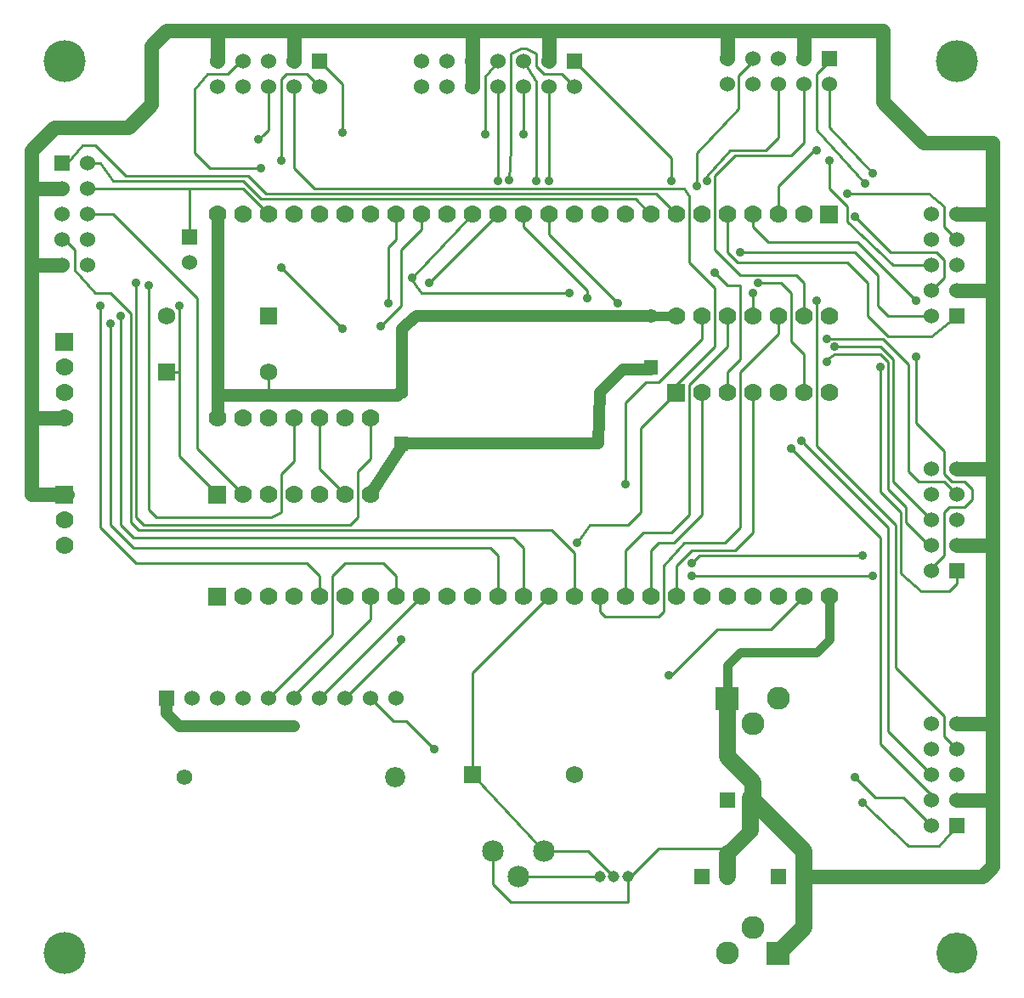
<source format=gbl>
G04 start of page 3 for group 1 idx 1 *
G04 Title: (unknown), ground *
G04 Creator: pcb 20110918 *
G04 CreationDate: Wed 25 Feb 2015 10:22:25 GMT UTC *
G04 For: ksarkies *
G04 Format: Gerber/RS-274X *
G04 PCB-Dimensions: 390000 390000 *
G04 PCB-Coordinate-Origin: lower left *
%MOIN*%
%FSLAX25Y25*%
%LNBOTTOM*%
%ADD63C,0.0453*%
%ADD62C,0.0630*%
%ADD61C,0.0290*%
%ADD60C,0.0280*%
%ADD59C,0.0300*%
%ADD58C,0.0380*%
%ADD57C,0.1140*%
%ADD56C,0.0360*%
%ADD55C,0.0615*%
%ADD54C,0.0850*%
%ADD53C,0.0795*%
%ADD52C,0.0680*%
%ADD51C,0.1600*%
%ADD50C,0.0700*%
%ADD49C,0.0900*%
%ADD48C,0.0001*%
%ADD47C,0.0600*%
%ADD46C,0.1650*%
%ADD45C,0.0500*%
%ADD44C,0.0200*%
%ADD43C,0.0650*%
%ADD42C,0.0350*%
%ADD41C,0.0450*%
%ADD40C,0.0100*%
%ADD39C,0.0550*%
G54D39*X384000Y180000D02*X370000D01*
G54D40*X367000Y162000D02*X370000Y165000D01*
Y170000D01*
X346000Y188000D02*Y132000D01*
X343000Y107000D02*Y187000D01*
X348000Y193000D02*X340000Y201000D01*
X346000Y132000D02*X365000Y113000D01*
Y105000D01*
X370000Y100000D01*
X360000Y90000D02*X343000Y107000D01*
X360000Y80000D02*Y82000D01*
X340000Y102000D01*
Y183000D01*
X330000Y89000D02*X338000Y81000D01*
X349000D01*
X343000Y262000D02*X360000D01*
X365000Y292000D02*Y285000D01*
X360000Y280000D01*
X348000Y169000D02*Y193000D01*
X340000Y201000D02*Y251000D01*
X359000Y180000D02*X350000Y189000D01*
Y195000D01*
X343000Y202000D01*
Y252000D01*
X341000Y261000D02*X351000Y251000D01*
X345000Y253000D02*X340000Y258000D01*
X356000Y162000D02*X348000Y169000D01*
X356000Y162000D02*X367000D01*
X360000Y170000D02*Y171000D01*
X351000Y219000D02*Y216000D01*
Y209000D01*
X355000Y205000D01*
X365000D01*
X370000Y200000D01*
X360000Y190000D02*X345000Y205000D01*
X360000Y180000D02*X359000D01*
X360000Y190000D02*X358000D01*
X360000Y171000D02*X365000Y176000D01*
Y193000D01*
G54D39*X384000Y80000D02*X370000D01*
X384000Y110000D02*X370000D01*
G54D40*X351000Y251000D02*Y219000D01*
X345000Y205000D02*Y253000D01*
X365000Y193000D02*X367000Y195000D01*
G54D39*X384000Y79000D02*Y338000D01*
Y210000D02*X370000D01*
G54D40*X376000Y202000D02*Y198000D01*
X354000Y228000D02*X365000Y217000D01*
Y208000D01*
X368000Y205000D01*
X370000Y200000D02*X370500Y200500D01*
X367000Y195000D02*X373000D01*
X376000Y198000D01*
X368000Y205000D02*X373000D01*
X376000Y202000D01*
G54D41*X239000Y249000D02*X230000Y240000D01*
G54D40*X248000Y244000D02*X253000D01*
X240000Y236000D02*X248000Y244000D01*
X280000Y270000D02*Y258000D01*
X300000Y270000D02*Y263000D01*
X285000Y248000D01*
X253000Y244000D02*X270000Y261000D01*
X280000Y258000D02*X265000Y243000D01*
X275000Y258000D02*X260000Y243000D01*
X270000Y261000D02*Y270000D01*
Y269000D01*
G54D42*X260000Y270000D02*X250000D01*
G54D40*X265000Y243000D02*Y192000D01*
X285000Y248000D02*Y187000D01*
X270000Y240000D02*Y227000D01*
Y192000D01*
X246000Y226000D02*X260000Y240000D01*
G54D39*X341000Y382000D02*Y354000D01*
G54D40*X310000Y338000D02*Y360000D01*
G54D39*Y382000D02*Y371000D01*
X280000Y381000D02*Y371000D01*
G54D40*X275000Y281000D02*Y258000D01*
Y281000D02*X270000Y286000D01*
X265000Y291000D01*
Y317000D01*
X290000Y310000D02*Y305000D01*
X296000Y299000D01*
X310000Y270000D02*Y283000D01*
X307000Y286000D01*
X285000D01*
X290000Y270000D02*Y279000D01*
Y278000D01*
X285000Y286000D02*X275000Y296000D01*
X280000Y310000D02*Y295000D01*
X284000Y291000D01*
X275000Y296000D02*Y325000D01*
X283000Y333000D01*
X305000D01*
X310000Y338000D01*
X258000Y323000D02*Y332000D01*
X284000Y291000D02*X327000D01*
X335000Y283000D01*
Y270000D01*
X343000Y262000D01*
Y270000D02*X339000Y274000D01*
Y286000D01*
X330000Y295000D01*
X296000Y299000D02*X331000D01*
X250000Y250000D02*Y249000D01*
X252000Y318000D02*X260000Y310000D01*
X244000Y316000D02*X250500Y309500D01*
G54D41*X250000Y249000D02*X239000D01*
X230000Y240000D02*X229500Y220000D01*
G54D40*X220000Y160000D02*Y177000D01*
X211000Y186000D01*
X221000Y181000D03*
X226000Y188000D01*
X247000Y185000D02*X240000Y178000D01*
X250000D02*X253000Y181000D01*
Y152000D02*X232000D01*
X230000Y154000D01*
Y160000D01*
X240000Y178000D02*Y161000D01*
X250000Y160000D02*Y178000D01*
G54D42*X315000Y138000D02*X320000Y143000D01*
Y160000D01*
G54D40*Y159000D01*
G54D42*X285000Y138000D02*X315000D01*
G54D40*X276000Y147000D02*X297000D01*
X310000Y160000D01*
X257000Y129000D02*X258000D01*
X276000Y147000D01*
X265000Y192000D02*X258000Y185000D01*
X247000D01*
X283000Y178000D02*X266000D01*
X279000Y181000D02*X263000D01*
X270000Y192000D02*X259000Y181000D01*
X253000D02*X259000D01*
X266000Y178000D02*X260000Y172000D01*
Y160000D01*
Y161000D01*
X255000Y172000D02*Y154000D01*
X263000Y181000D02*X255000Y172000D01*
X333000Y176000D02*X269000D01*
X266000Y173000D01*
X337000Y168000D02*X267000D01*
X255000Y154000D02*X253000Y152000D01*
X290000Y240000D02*Y185000D01*
X283000Y178000D01*
X285000Y187000D02*X279000Y181000D01*
X343000Y187000D02*X310000Y220000D01*
X340000Y183000D02*X305000Y218000D01*
X315000Y219000D02*X346000Y188000D01*
X315000Y276000D02*Y219000D01*
X330000Y295000D02*X285000D01*
X330000Y309000D02*X340000Y299000D01*
X327000Y307000D02*Y313000D01*
X315000Y343000D02*X334000Y322000D01*
X320000Y344000D02*X337000Y326000D01*
X315000Y335000D02*X314000D01*
X327000Y313000D02*X320000Y320000D01*
Y331000D01*
D03*
X314000Y335000D02*X300000Y321000D01*
Y310000D01*
X272000Y323000D02*Y325000D01*
X281000Y335000D01*
X295000D01*
X300000Y340000D01*
Y360000D01*
X290000Y370000D02*X284500Y364500D01*
Y351500D01*
X268000Y334000D01*
Y321000D01*
X210000Y323000D02*Y360000D01*
X258000Y332000D02*X220000Y370000D01*
X221000Y369000D01*
X215000Y365000D02*X220000Y360000D01*
X343000Y252000D02*X340000Y255000D01*
X280000Y240000D02*Y248000D01*
X285000Y253000D01*
X310000Y240000D02*Y255000D01*
X340000D02*X322000D01*
X319000Y253000D01*
Y261000D02*X341000D01*
X340000Y258000D02*X323000D01*
X310000Y255000D02*X305000Y260000D01*
X285000Y253000D02*Y282000D01*
X280000D01*
X275000Y287000D01*
X305000Y260000D02*Y279000D01*
X301000Y283000D01*
X292000D01*
G54D39*X341000Y354000D02*X357000Y338000D01*
G54D40*X327000Y318000D02*X359000D01*
G54D39*X384000Y280000D02*X370000D01*
G54D40*X365000Y313000D02*Y305000D01*
X370000Y300000D01*
X362000Y295000D02*X365000Y292000D01*
D03*
X360000Y262000D02*X370000Y270000D01*
X360000D02*X343000D01*
X340000Y299000D02*X344000Y295000D01*
X362000D01*
X331000Y299000D02*X354000Y276000D01*
G54D39*X357000Y338000D02*X384000D01*
G54D40*X359000Y318000D02*X365000Y313000D01*
X345000Y290000D02*X327000Y307000D01*
X360000Y290000D02*X345000D01*
X354000Y228000D02*Y254000D01*
D03*
X370000Y270000D02*X368500Y268500D01*
G54D39*X384000Y310000D02*X370000D01*
X341000Y382000D02*X60000D01*
G54D40*X185000Y364000D02*X190000Y370000D01*
X200000D02*X205000Y362000D01*
Y368000D02*X208000Y365000D01*
X215000D01*
X190000Y360000D02*Y359000D01*
X195000Y373000D02*X199000Y375000D01*
X201000D01*
X205000Y373000D01*
Y368000D01*
G54D39*X210000Y382000D02*Y370000D01*
G54D40*X320000D02*X315000Y365000D01*
Y343000D01*
X320000Y360000D02*Y344000D01*
X200000Y341500D02*Y360000D01*
X185000Y341500D02*Y364000D01*
X195000Y341000D02*Y373000D01*
G54D39*X180000Y381000D02*Y370000D01*
Y382000D02*Y360000D01*
G54D43*X310000Y49000D02*Y60000D01*
X290000Y80000D01*
X289000Y81000D02*Y68000D01*
G54D39*X280000Y59000D01*
G54D43*Y50000D01*
G54D44*X282000Y61000D02*X283000Y62000D01*
G54D43*X300000Y20000D02*X310000Y30000D01*
Y50000D01*
X290000Y80000D02*Y87000D01*
X280000Y97000D01*
Y120000D01*
G54D42*Y119000D02*Y133000D01*
X285000Y138000D01*
G54D40*X241000Y50000D02*Y49000D01*
Y40000D02*Y50000D01*
X242000D01*
X253000Y61000D01*
X282000D01*
X200000Y40000D02*X241000D01*
X208000Y60000D02*X225500D01*
X235500Y50000D01*
X235250Y50250D01*
X210000Y50000D02*X230000D01*
X211000D02*X198000D01*
X195000Y40000D02*X201000D01*
X188000Y60000D02*Y47000D01*
X180000Y90000D02*X207000Y61000D01*
X188000Y47000D02*X195000Y40000D01*
G54D41*X60000Y120000D02*Y114000D01*
X65000Y109000D01*
X110000D01*
G54D40*X115000Y173000D02*X48000D01*
X160000Y160000D02*X159500Y159500D01*
X180000Y130000D02*X210000Y160000D01*
X200000D02*Y179000D01*
X190000Y160000D02*Y176000D01*
X187000Y179000D01*
G54D39*X310000Y50000D02*X380000D01*
G54D40*X349000Y81000D02*X360000Y70000D01*
X333000Y79000D02*X351000Y62000D01*
X363000D01*
G54D39*X380000Y50000D02*X384000Y54000D01*
Y80000D01*
G54D40*X363000Y62000D02*X370000Y70000D01*
X149000Y111000D02*X154000D01*
X165000Y100000D01*
X180000Y130000D02*Y90000D01*
X140000Y120000D02*X149000Y111000D01*
X130000Y120000D02*X152000Y142000D01*
X100000Y120000D02*X125000Y145000D01*
X110000Y120000D02*Y121000D01*
X120000Y160000D02*Y168000D01*
X115000Y173000D01*
X125000Y145000D02*Y168000D01*
X130000Y173000D01*
X120000Y120000D02*X160000Y160000D01*
X110000Y121000D02*X140000Y151000D01*
X130000Y173000D02*X145000D01*
X150000Y168000D01*
Y160000D01*
Y161000D01*
X140000Y151000D02*Y160000D01*
Y159000D01*
G54D39*X7000Y200000D02*X21000D01*
G54D40*X72000Y218000D02*X90000Y200000D01*
X65000Y215000D02*X80000Y200000D01*
X72000Y277000D02*Y218000D01*
X65000Y274000D02*Y215000D01*
X60000Y248000D02*X65000D01*
X49000Y186000D02*X46000Y189000D01*
X56000Y191000D02*X53000Y194000D01*
X51000Y188000D02*X48000Y191000D01*
X46000Y189000D02*Y271000D01*
X42000Y188000D02*Y270000D01*
X48000Y173000D02*X34000Y187000D01*
X47000Y183000D02*X42000Y188000D01*
X47000Y179000D02*X38000Y188000D01*
X34000Y187000D02*Y274000D01*
X35000D01*
X38000Y188000D02*Y267000D01*
X19000Y320000D02*X13000D01*
G54D39*X19000D02*X7000D01*
G54D40*X30000Y310000D02*X39000D01*
G54D39*X45000Y344000D02*X54000Y353000D01*
Y376000D01*
X60000Y382000D01*
X7000Y335000D02*X16000Y344000D01*
X45000D01*
G54D40*X20000Y330000D02*X21000D01*
X27000Y337000D01*
X30000Y330000D02*X34000D01*
X27000Y337000D02*X32000D01*
X34000Y330000D02*X39000Y323000D01*
X32000Y337000D02*X44000Y325000D01*
G54D39*X7000Y230000D02*X20000D01*
X7000Y200000D02*Y335000D01*
G54D40*X32000Y279000D02*X24000Y288000D01*
Y296000D01*
X20000Y300000D01*
X19500Y299500D01*
G54D39*X19000Y290000D02*X8000D01*
G54D42*X152500Y241000D02*X150500Y239000D01*
G54D45*X80500D01*
G54D40*X110000Y230000D02*Y213000D01*
X105000Y208000D01*
Y193000D01*
X100000Y248000D02*Y239000D01*
X120000Y230000D02*Y210000D01*
X130000Y200000D01*
G54D45*X80000Y230000D02*Y310000D01*
G54D40*X39000D02*X72000Y277000D01*
X30000Y320000D02*X90000D01*
X39000Y323000D02*X90000D01*
X69000Y320000D02*Y301000D01*
X46000Y271000D02*X38000Y279000D01*
X32000D01*
X53000Y194000D02*Y282000D01*
X48000Y191000D02*Y283000D01*
X44000Y325000D02*X92000D01*
X211000Y186000D02*X49000D01*
X226000Y188000D02*X241000D01*
X246000Y193000D01*
X135000Y191000D02*X132000Y188000D01*
G54D41*X229500Y220000D02*X152000D01*
G54D40*X246000Y193000D02*Y226000D01*
X240000Y204000D02*Y236000D01*
G54D41*X153006Y220006D02*X140000Y200000D01*
G54D40*Y230000D02*Y214000D01*
X135000Y209000D01*
Y191000D01*
X105000Y193000D02*X101000Y191000D01*
X56000D01*
X132000Y188000D02*X51000D01*
X200000Y179000D02*X196000Y183000D01*
X47000D01*
X187000Y179000D02*X47000D01*
G54D41*X152500Y265000D02*Y241000D01*
G54D40*X152000Y274000D02*X144000Y266000D01*
X100000Y310000D02*Y309000D01*
X90000Y320000D02*X100000Y310000D01*
X92000Y325000D02*X99000Y318000D01*
X90000Y323000D02*X97000Y316000D01*
X96000Y339500D02*X98000Y341000D01*
X100000Y343000D01*
Y360000D01*
X105000Y331000D02*Y363000D01*
X110000Y360000D02*Y328000D01*
X118000Y320000D01*
X129000Y265000D02*X105000Y289000D01*
X150000Y310000D02*Y300000D01*
X147000Y297000D01*
Y275000D01*
X105000Y363000D02*X107000Y365000D01*
X90000Y370000D02*Y371000D01*
X84000Y365000D01*
X76000D01*
X107000D02*X115000D01*
X120000Y360000D01*
X119500Y360500D01*
X129000Y342000D02*Y361000D01*
X120000Y370000D01*
X76000Y365000D02*X71000Y359000D01*
Y334000D01*
X77000Y328000D01*
X96000D01*
X205000Y323000D02*Y362000D01*
X194500Y323500D02*X195000Y336000D01*
Y341000D01*
X190000Y323000D02*Y360000D01*
G54D41*X158000Y270000D02*X152500Y265000D01*
G54D40*X162000Y284000D02*X164000D01*
X152000Y296000D02*Y274000D01*
X156500Y285000D02*Y284000D01*
X160000Y279000D01*
X99000Y318000D02*X252000D01*
X97000Y316000D02*X244000D01*
X118000Y320000D02*X263000D01*
X265000Y317000D02*X263000Y320000D01*
X156500Y285000D02*X180000Y310000D01*
X164000Y284000D02*X190000Y310000D01*
X160000D02*Y304000D01*
X152000Y296000D01*
X237000Y275000D02*X210000Y302000D01*
X225000Y277000D02*Y280000D01*
X200000Y305000D01*
X210000Y302000D02*Y310000D01*
Y309000D01*
X200000Y305000D02*Y310000D01*
X160000Y279000D02*X218000D01*
G54D41*X250000Y270000D02*X158000D01*
G54D39*X110000Y381000D02*Y370000D01*
X80000Y381000D02*Y370000D01*
G54D46*X370000D03*
G54D47*X310000Y361000D03*
X300000Y371000D03*
Y361000D03*
X290000D03*
X280000D03*
X290000Y371000D03*
X280000D03*
G54D48*G36*
X267000Y53000D02*Y47000D01*
X273000D01*
Y53000D01*
X267000D01*
G37*
G54D47*X280000Y50000D03*
G54D48*G36*
X295500Y24500D02*Y15500D01*
X304500D01*
Y24500D01*
X295500D01*
G37*
G54D49*X290000Y30000D03*
X280000Y20000D03*
G54D48*G36*
X275500Y124500D02*Y115500D01*
X284500D01*
Y124500D01*
X275500D01*
G37*
G54D50*X260000Y160000D03*
X270000D03*
X280000D03*
X290000D03*
G54D49*Y110000D03*
X300000Y120000D03*
G54D50*Y160000D03*
X310000D03*
X320000D03*
X300000Y240000D03*
Y270000D03*
G54D48*G36*
X297000Y53000D02*Y47000D01*
X303000D01*
Y53000D01*
X297000D01*
G37*
G54D47*X310000Y50000D03*
G54D48*G36*
X277000Y83000D02*Y77000D01*
X283000D01*
Y83000D01*
X277000D01*
G37*
G54D47*X290000Y80000D03*
X370000Y110000D03*
G54D48*G36*
X367000Y173000D02*Y167000D01*
X373000D01*
Y173000D01*
X367000D01*
G37*
G54D47*X370000Y180000D03*
Y190000D03*
Y200000D03*
Y210000D03*
X360000Y170000D03*
Y180000D03*
Y190000D03*
Y200000D03*
Y210000D03*
G54D48*G36*
X367000Y273000D02*Y267000D01*
X373000D01*
Y273000D01*
X367000D01*
G37*
G54D47*X360000Y270000D03*
Y280000D03*
Y290000D03*
Y300000D03*
Y310000D03*
X370000Y280000D03*
Y290000D03*
Y300000D03*
Y310000D03*
G54D51*Y20000D03*
G54D48*G36*
X367000Y73000D02*Y67000D01*
X373000D01*
Y73000D01*
X367000D01*
G37*
G54D47*X360000Y70000D03*
X370000Y80000D03*
X360000D03*
X370000Y90000D03*
X360000D03*
X370000Y100000D03*
X360000D03*
Y110000D03*
G54D41*X230000Y50000D03*
G54D52*X220000Y90000D03*
G54D41*X235500Y50000D03*
X241000D03*
G54D48*G36*
X176600Y93400D02*Y86600D01*
X183400D01*
Y93400D01*
X176600D01*
G37*
G54D53*X149842Y88977D03*
G54D54*X208000Y60000D03*
X198000Y50000D03*
X188000Y60000D03*
G54D50*X20000Y180000D03*
G54D46*Y20000D03*
G54D48*G36*
X57000Y123000D02*Y117000D01*
X63000D01*
Y123000D01*
X57000D01*
G37*
G54D47*X70000Y120000D03*
X80000D03*
X90000D03*
X100000D03*
X110000D03*
G54D48*G36*
X76500Y163500D02*Y156500D01*
X83500D01*
Y163500D01*
X76500D01*
G37*
G54D50*X90000Y160000D03*
X100000D03*
G54D55*X67165Y88977D03*
G54D47*X120000Y120000D03*
X130000D03*
X140000D03*
X150000D03*
G54D50*X110000Y160000D03*
X120000D03*
X130000D03*
X140000D03*
X150000D03*
X160000D03*
X170000D03*
X180000D03*
X190000D03*
X200000D03*
X210000D03*
X220000D03*
X230000D03*
X240000D03*
X250000D03*
X140000Y200000D03*
Y230000D03*
G54D48*G36*
X149250Y222750D02*Y217250D01*
X154750D01*
Y222750D01*
X149250D01*
G37*
G54D39*X152000Y240000D03*
G54D48*G36*
X247250Y252750D02*Y247250D01*
X252750D01*
Y252750D01*
X247250D01*
G37*
G54D39*X250000Y270000D03*
G54D48*G36*
X316500Y313500D02*Y306500D01*
X323500D01*
Y313500D01*
X316500D01*
G37*
G54D50*X310000Y310000D03*
X300000D03*
X250000D03*
X240000D03*
X230000D03*
X220000D03*
X210000D03*
X200000D03*
X190000D03*
X180000D03*
X170000D03*
X160000D03*
X150000D03*
X140000D03*
G54D48*G36*
X217000Y373000D02*Y367000D01*
X223000D01*
Y373000D01*
X217000D01*
G37*
G54D47*X220000Y360000D03*
X210000Y370000D03*
Y360000D03*
X200000Y370000D03*
Y360000D03*
X190000Y370000D03*
X180000D03*
X170000D03*
X160000D03*
X190000Y360000D03*
X180000D03*
X170000D03*
X160000D03*
G54D50*X290000Y310000D03*
X280000D03*
X270000D03*
X260000D03*
G54D48*G36*
X256500Y243500D02*Y236500D01*
X263500D01*
Y243500D01*
X256500D01*
G37*
G54D50*X270000Y240000D03*
X280000D03*
X290000D03*
Y270000D03*
X280000D03*
X270000D03*
X260000D03*
X310000Y240000D03*
X320000D03*
Y270000D03*
X310000D03*
G54D48*G36*
X317000Y374000D02*Y368000D01*
X323000D01*
Y374000D01*
X317000D01*
G37*
G54D47*X320000Y361000D03*
X310000Y371000D03*
G54D48*G36*
X16500Y263500D02*Y256500D01*
X23500D01*
Y263500D01*
X16500D01*
G37*
G54D50*X20000Y250000D03*
Y240000D03*
Y230000D03*
G54D48*G36*
X16500Y203500D02*Y196500D01*
X23500D01*
Y203500D01*
X16500D01*
G37*
G54D50*X20000Y190000D03*
G54D46*Y370000D03*
G54D48*G36*
X16000Y333000D02*Y327000D01*
X22000D01*
Y333000D01*
X16000D01*
G37*
G54D47*X29000Y330000D03*
Y320000D03*
Y310000D03*
Y300000D03*
Y290000D03*
X19000Y320000D03*
Y310000D03*
Y300000D03*
Y290000D03*
G54D48*G36*
X96600Y273400D02*Y266600D01*
X103400D01*
Y273400D01*
X96600D01*
G37*
G54D52*X60000Y270000D03*
G54D48*G36*
X76500Y203500D02*Y196500D01*
X83500D01*
Y203500D01*
X76500D01*
G37*
G54D50*X90000Y200000D03*
X100000D03*
X110000D03*
X120000D03*
X130000D03*
Y230000D03*
X120000D03*
X110000D03*
X100000D03*
X90000D03*
X80000D03*
G54D48*G36*
X56600Y251400D02*Y244600D01*
X63400D01*
Y251400D01*
X56600D01*
G37*
G54D52*X100000Y248000D03*
G54D50*X130000Y310000D03*
X120000D03*
X110000D03*
X100000D03*
X90000D03*
X80000D03*
G54D48*G36*
X66000Y304000D02*Y298000D01*
X72000D01*
Y304000D01*
X66000D01*
G37*
G54D47*X69000Y291000D03*
G54D48*G36*
X117000Y373000D02*Y367000D01*
X123000D01*
Y373000D01*
X117000D01*
G37*
G54D47*X120000Y360000D03*
X110000Y370000D03*
Y360000D03*
X100000Y370000D03*
Y360000D03*
X90000Y370000D03*
Y360000D03*
X80000D03*
Y370000D03*
G54D56*X110000Y109000D03*
X165000Y100000D03*
X152000Y143000D03*
X257000Y129000D03*
X221000Y181000D03*
X65000Y274000D03*
X34000D03*
X48000Y283000D03*
X38000Y267000D03*
X42000Y270000D03*
X53000Y282000D03*
X96000Y339500D03*
X105000Y331000D03*
X129000Y265000D03*
X105000Y289000D03*
X97000Y328000D03*
X144000Y266000D03*
X147000Y275000D03*
X237000D03*
X218000Y279000D03*
X225000Y277000D03*
X156500Y285000D03*
X163000Y283000D03*
X200000Y341500D03*
X185000D03*
X194500Y323500D03*
X190000Y323000D03*
X272000D03*
X210000D03*
X258000D03*
X129000Y342000D03*
X205000Y323000D03*
X240000Y204000D03*
X333000Y176000D03*
X337000Y168000D03*
X330000Y89000D03*
X333000Y79000D03*
X266000Y173000D03*
Y168000D03*
X309000Y221000D03*
X305000Y218000D03*
X340000Y250000D03*
X319000Y252000D03*
Y261000D03*
X322000Y258000D03*
X330000Y309000D03*
X327000Y318000D03*
X320000Y331000D03*
X334000Y322000D03*
X337000Y326000D03*
X315000Y335000D03*
X268000Y321000D03*
X285000Y295000D03*
X315000Y276000D03*
X275000Y287000D03*
X292000Y283000D03*
X290000Y279000D03*
X354000Y276000D03*
Y254000D03*
G54D44*G54D57*G54D58*G54D59*G54D47*G54D60*G54D47*G54D60*G54D59*G54D58*G54D57*G54D58*G54D61*G54D58*G54D61*G54D58*G54D62*G54D60*G54D57*G54D60*G54D63*G54D60*G54D59*G54D60*G54D58*G54D60*G54D58*G54D60*G54D57*G54D58*G54D60*G54D58*G54D60*G54D58*M02*

</source>
